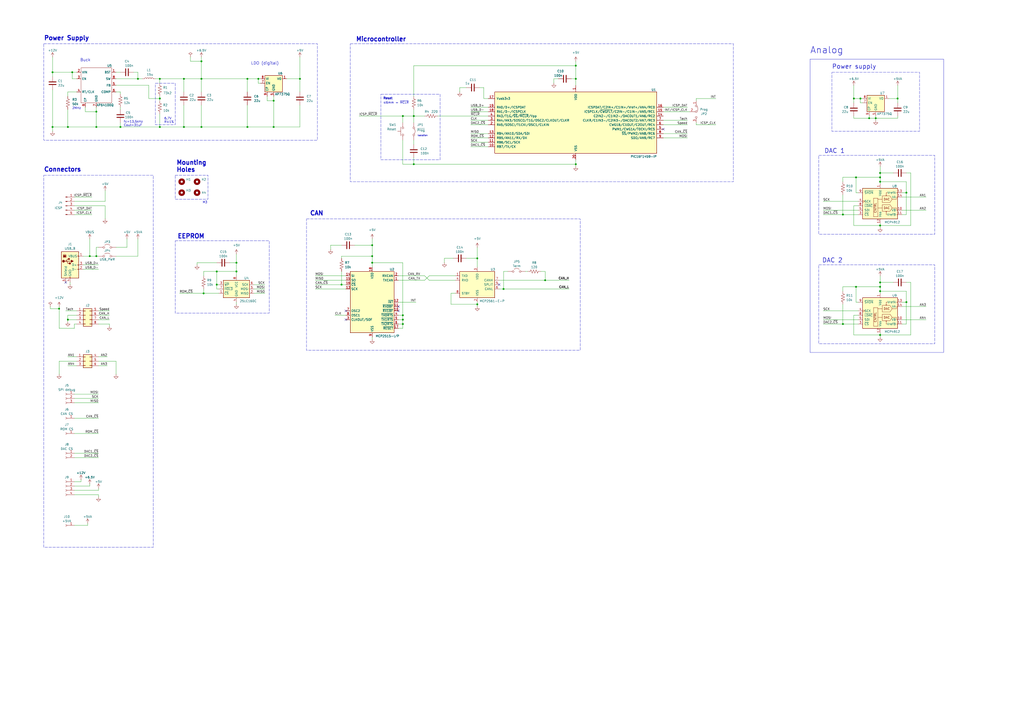
<source format=kicad_sch>
(kicad_sch (version 20250114) (generator "eeschema") (generator_version "9.0")
  (paper "A2")
  (title_block (title "CAN Gauge Interface") (date "2025-09-19") (rev "0.1") (company "Sam Anthony"))
  (rectangle (start 482.6 41.91) (end 533.4 76.2) (stroke (width 0) (type dash)))
  (rectangle (start 25.4 25.4) (end 184.15 81.28) (stroke (width 0) (type dash)))
  (rectangle (start 101.6 139.7) (end 156.21 181.61) (stroke (width 0) (type dash)))
  (rectangle (start 101.6 101.5999) (end 120.65 115.5699) (stroke (width 0) (type dash)))
  (rectangle (start 90.17 48.26) (end 101.6 72.39) (stroke (width 0) (type dash)))
  (rectangle (start 220.98 54.61) (end 255.27 92.71) (stroke (width 0) (type dash)))
  (rectangle (start 474.98 153.67) (end 542.29 199.39) (stroke (width 0) (type dash)))
  (rectangle (start 177.8 127) (end 336.55 203.2) (stroke (width 0) (type dash)))
  (rectangle (start 25.4 101.6) (end 88.9 317.5) (stroke (width 0) (type dash)))
  (rectangle (start 474.98 90.17) (end 542.29 135.89) (stroke (width 0) (type dash)))
  (rectangle (start 203.2 25.4) (end 425.45 105.41) (stroke (width 0) (type dash)))
  (rectangle (start 469.9 34.29) (end 547.37 204.47))
  (text "Connectors" (at 25.4 98.425 0) (effects (font (size 2.54 2.54) (thickness 0.508) (bold yes)) (justify left)))
  (text "Power Supply" (at 25.4 22.225 0) (effects (font (size 2.54 2.54) (thickness 0.508) (bold yes)) (justify left)))
  (text "LDO (digital)" (at 153.67 36.83 0) (effects (font (size 1.651 1.651))))
  (text "CAN" (at 179.705 123.825 0) (effects (font (size 2.54 2.54) (thickness 0.508) (bold yes)) (justify left)))
  (text "2MHz\n" (at 44.45 62.865 0) (effects (font (size 1.27 1.27))))
  (text "6.7V\nR±1%" (at 95.25 69.85 0) (effects (font (size 1.27 1.27)) (justify left)))
  (text "Reset" (at 222.25 57.15 0) (effects (font (size 1.27 1.27) (thickness 0.254) (bold yes)) (justify left)))
  (text "fc=13.5kHz\nCout=31uF" (at 71.755 71.755 0) (effects (font (size 1.27 1.27)) (justify left)))
  (text "Mounting\nHoles" (at 102.235 96.5199 0) (effects (font (size 2.54 2.54) (thickness 0.508) (bold yes)) (justify left)))
  (text "Power supply" (at 482.6 38.735 0) (effects (font (size 2.54 2.54) (thickness 0.254) (bold yes)) (justify left)))
  (text "M3\n" (at 117.475 117.4749 0) (effects (font (size 1.27 1.27)) (justify left)))
  (text "EEPROM" (at 102.87 137.16 0) (effects (font (size 2.54 2.54) (thickness 0.508) (bold yes)) (justify left)))
  (text "≤6mm ↔ ~{MCLR}" (at 222.25 59.69 0) (effects (font (size 1.27 1.27)) (justify left)))
  (text "DAC 1" (at 478.155 87.63 0) (effects (font (size 2.54 2.54) (thickness 0.254) (bold yes)) (justify left)))
  (text "Buck" (at 49.53 34.925 0) (effects (font (size 1.651 1.651))))
  (text "Microcontroller" (at 206.375 22.86 0) (effects (font (size 2.54 2.54) (thickness 0.508) (bold yes)) (justify left)))
  (text "Analog" (at 469.9 29.21 0) (effects (font (size 3.81 3.81) (thickness 0.254) (bold yes)) (justify left)))
  (text "Isolation" (at 245.11 78.74 0) (effects (font (size 0.889 0.889))))
  (text "DAC 2" (at 476.885 151.13 0) (effects (font (size 2.54 2.54) (thickness 0.254) (bold yes)) (justify left)))
  (junction (at 39.37 185.42))
  (junction (at 158.75 58.42))
  (junction (at 510.54 166.37))
  (junction (at 504.19 68.58))
  (junction (at 106.68 45.72))
  (junction (at 510.54 168.91))
  (junction (at 137.16 157.48))
  (junction (at 510.54 100.33))
  (junction (at 55.88 73.66))
  (junction (at 116.84 73.66))
  (junction (at 39.37 73.66))
  (junction (at 106.68 73.66))
  (junction (at 233.68 185.42))
  (junction (at 173.99 45.72))
  (junction (at 496.57 166.37))
  (junction (at 137.16 152.4))
  (junction (at 525.78 111.76))
  (junction (at 143.51 73.66))
  (junction (at 488.95 187.96))
  (junction (at 92.71 73.66))
  (junction (at 334.01 38.1))
  (junction (at 34.29 179.07))
  (junction (at 508 68.58))
  (junction (at 233.68 182.88))
  (junction (at 334.01 45.72))
  (junction (at 495.3 57.15))
  (junction (at 55.88 148.59))
  (junction (at 488.95 124.46))
  (junction (at 510.54 130.81))
  (junction (at 334.01 95.25))
  (junction (at 149.86 45.72))
  (junction (at 30.48 41.91))
  (junction (at 158.75 73.66))
  (junction (at 215.9 142.24))
  (junction (at 80.01 45.72))
  (junction (at 240.03 67.31))
  (junction (at 510.54 102.87))
  (junction (at 510.54 194.31))
  (junction (at 92.71 57.15))
  (junction (at 55.88 64.77))
  (junction (at 525.78 175.26))
  (junction (at 30.48 73.66))
  (junction (at 92.71 45.72))
  (junction (at 276.86 176.53))
  (junction (at 116.84 35.56))
  (junction (at 215.9 152.4))
  (junction (at 520.7 57.15))
  (junction (at 276.86 149.86))
  (junction (at 316.23 162.56))
  (junction (at 125.73 165.1))
  (junction (at 41.91 41.91))
  (junction (at 510.54 163.83))
  (junction (at 499.11 57.15))
  (junction (at 118.11 170.18))
  (junction (at 52.07 148.59))
  (junction (at 215.9 148.59))
  (junction (at 496.57 102.87))
  (junction (at 198.12 165.1))
  (junction (at 125.73 157.48))
  (junction (at 510.54 105.41))
  (junction (at 69.85 73.66))
  (junction (at 240.03 95.25))
  (junction (at 233.68 67.31))
  (junction (at 233.68 187.96))
  (junction (at 143.51 45.72))
  (junction (at 116.84 45.72))
  (junction (at 292.1 167.64))
  (no_connect (at 38.1 163.83))
  (no_connect (at 231.14 177.8))
  (no_connect (at 200.66 185.42))
  (no_connect (at 289.56 165.1))
  (no_connect (at 200.66 180.34))
  (no_connect (at 384.81 74.93))
  (no_connect (at 231.14 180.34))
  (wire (pts (xy 231.14 162.56) (xy 246.38 162.56)))
  (wire (pts (xy 240.03 95.25) (xy 240.03 91.44)))
  (wire (pts (xy 384.81 69.85) (xy 398.78 69.85)))
  (wire (pts (xy 499.11 57.15) (xy 495.3 57.15)))
  (wire (pts (xy 116.84 33.02) (xy 116.84 35.56)))
  (wire (pts (xy 215.9 142.24) (xy 215.9 148.59)))
  (wire (pts (xy 106.68 45.72) (xy 116.84 45.72)))
  (wire (pts (xy 158.75 58.42) (xy 158.75 73.66)))
  (wire (pts (xy 495.3 182.88) (xy 497.84 182.88)))
  (wire (pts (xy 292.1 157.48) (xy 294.64 157.48)))
  (wire (pts (xy 44.45 209.55) (xy 34.29 209.55)))
  (wire (pts (xy 233.68 187.96) (xy 233.68 185.42)))
  (wire (pts (xy 495.3 119.38) (xy 497.84 119.38)))
  (wire (pts (xy 240.03 38.1) (xy 334.01 38.1)))
  (wire (pts (xy 231.14 187.96) (xy 233.68 187.96)))
  (wire (pts (xy 44.45 41.91) (xy 41.91 41.91)))
  (wire (pts (xy 508 67.31) (xy 508 68.58)))
  (wire (pts (xy 289.56 167.64) (xy 292.1 167.64)))
  (wire (pts (xy 510.54 168.91) (xy 510.54 170.18)))
  (wire (pts (xy 215.9 195.58) (xy 215.9 196.85)))
  (wire (pts (xy 60.96 116.84) (xy 60.96 110.49)))
  (wire (pts (xy 67.31 53.34) (xy 69.85 53.34)))
  (wire (pts (xy 499.11 59.69) (xy 499.11 57.15)))
  (wire (pts (xy 80.01 45.72) (xy 82.55 45.72)))
  (wire (pts (xy 48.26 153.67) (xy 57.15 153.67)))
  (wire (pts (xy 127 165.1) (xy 125.73 165.1)))
  (wire (pts (xy 262.89 149.86) (xy 257.81 149.86)))
  (wire (pts (xy 496.57 175.26) (xy 496.57 166.37)))
  (wire (pts (xy 149.86 48.26) (xy 149.86 45.72)))
  (wire (pts (xy 488.95 187.96) (xy 497.84 187.96)))
  (wire (pts (xy 118.11 157.48) (xy 125.73 157.48)))
  (wire (pts (xy 92.71 73.66) (xy 106.68 73.66)))
  (wire (pts (xy 240.03 38.1) (xy 240.03 55.88)))
  (wire (pts (xy 523.24 124.46) (xy 525.78 124.46)))
  (wire (pts (xy 44.45 53.34) (xy 39.37 53.34)))
  (wire (pts (xy 477.52 180.34) (xy 497.84 180.34)))
  (wire (pts (xy 510.54 193.04) (xy 510.54 194.31)))
  (wire (pts (xy 233.68 185.42) (xy 233.68 182.88)))
  (wire (pts (xy 510.54 194.31) (xy 510.54 195.58)))
  (wire (pts (xy 525.78 168.91) (xy 510.54 168.91)))
  (wire (pts (xy 384.81 64.77) (xy 400.05 64.77)))
  (wire (pts (xy 69.85 53.34) (xy 69.85 54.61)))
  (wire (pts (xy 499.11 57.15) (xy 500.38 57.15)))
  (wire (pts (xy 34.29 190.5) (xy 34.29 179.07)))
  (wire (pts (xy 149.86 45.72) (xy 151.13 45.72)))
  (wire (pts (xy 198.12 165.1) (xy 198.12 157.48)))
  (wire (pts (xy 57.15 209.55) (xy 67.31 209.55)))
  (wire (pts (xy 52.07 281.94) (xy 52.07 280.67)))
  (wire (pts (xy 39.37 185.42) (xy 39.37 186.69)))
  (wire (pts (xy 116.84 45.72) (xy 143.51 45.72)))
  (wire (pts (xy 43.18 242.57) (xy 57.15 242.57)))
  (wire (pts (xy 57.15 182.88) (xy 63.5 182.88)))
  (wire (pts (xy 273.05 82.55) (xy 283.21 82.55)))
  (wire (pts (xy 495.3 130.81) (xy 510.54 130.81)))
  (wire (pts (xy 523.24 177.8) (xy 537.21 177.8)))
  (wire (pts (xy 151.13 48.26) (xy 149.86 48.26)))
  (wire (pts (xy 528.32 130.81) (xy 510.54 130.81)))
  (wire (pts (xy 182.88 165.1) (xy 198.12 165.1)))
  (wire (pts (xy 43.18 251.46) (xy 57.15 251.46)))
  (wire (pts (xy 403.86 71.12) (xy 403.86 72.39)))
  (wire (pts (xy 154.94 55.88) (xy 154.94 58.42)))
  (wire (pts (xy 497.84 111.76) (xy 496.57 111.76)))
  (wire (pts (xy 158.75 73.66) (xy 143.51 73.66)))
  (wire (pts (xy 523.24 114.3) (xy 537.21 114.3)))
  (wire (pts (xy 55.88 148.59) (xy 57.15 148.59)))
  (wire (pts (xy 30.48 41.91) (xy 30.48 44.45)))
  (wire (pts (xy 273.05 69.85) (xy 283.21 69.85)))
  (wire (pts (xy 182.88 160.02) (xy 200.66 160.02)))
  (wire (pts (xy 525.78 105.41) (xy 525.78 111.76)))
  (wire (pts (xy 384.81 62.23) (xy 398.78 62.23)))
  (wire (pts (xy 496.57 102.87) (xy 510.54 102.87)))
  (wire (pts (xy 496.57 111.76) (xy 496.57 102.87)))
  (wire (pts (xy 49.53 62.23) (xy 49.53 64.77)))
  (wire (pts (xy 525.78 168.91) (xy 525.78 175.26)))
  (wire (pts (xy 194.31 182.88) (xy 200.66 182.88)))
  (wire (pts (xy 46.99 279.4) (xy 46.99 278.13)))
  (wire (pts (xy 477.52 185.42) (xy 497.84 185.42)))
  (wire (pts (xy 39.37 53.34) (xy 39.37 55.88)))
  (wire (pts (xy 92.71 66.04) (xy 92.71 73.66)))
  (wire (pts (xy 118.11 160.02) (xy 118.11 157.48)))
  (wire (pts (xy 334.01 45.72) (xy 331.47 45.72)))
  (wire (pts (xy 57.15 185.42) (xy 63.5 185.42)))
  (wire (pts (xy 334.01 49.53) (xy 334.01 45.72)))
  (wire (pts (xy 215.9 148.59) (xy 215.9 152.4)))
  (wire (pts (xy 143.51 45.72) (xy 143.51 53.34)))
  (wire (pts (xy 208.28 67.31) (xy 233.68 67.31)))
  (wire (pts (xy 403.86 58.42) (xy 403.86 57.15)))
  (wire (pts (xy 510.54 163.83) (xy 510.54 166.37)))
  (wire (pts (xy 495.3 130.81) (xy 495.3 119.38)))
  (wire (pts (xy 523.24 185.42) (xy 537.21 185.42)))
  (wire (pts (xy 39.37 63.5) (xy 39.37 73.66)))
  (wire (pts (xy 50.8 304.8) (xy 50.8 303.53)))
  (wire (pts (xy 43.18 114.3) (xy 53.34 114.3)))
  (wire (pts (xy 191.77 142.24) (xy 191.77 144.78)))
  (wire (pts (xy 92.71 45.72) (xy 92.71 48.26)))
  (wire (pts (xy 57.15 187.96) (xy 63.5 187.96)))
  (wire (pts (xy 39.37 185.42) (xy 44.45 185.42)))
  (wire (pts (xy 510.54 160.02) (xy 510.54 163.83)))
  (wire (pts (xy 528.32 163.83) (xy 528.32 194.31)))
  (wire (pts (xy 60.96 119.38) (xy 60.96 127)))
  (wire (pts (xy 283.21 57.15) (xy 280.67 57.15)))
  (wire (pts (xy 528.32 100.33) (xy 528.32 130.81)))
  (wire (pts (xy 173.99 45.72) (xy 173.99 53.34)))
  (wire (pts (xy 125.73 167.64) (xy 125.73 165.1)))
  (wire (pts (xy 525.78 105.41) (xy 510.54 105.41)))
  (wire (pts (xy 44.45 182.88) (xy 39.37 182.88)))
  (wire (pts (xy 495.3 67.31) (xy 495.3 68.58)))
  (wire (pts (xy 57.15 287.02) (xy 57.15 288.29)))
  (wire (pts (xy 125.73 157.48) (xy 137.16 157.48)))
  (wire (pts (xy 55.88 143.51) (xy 57.15 143.51)))
  (wire (pts (xy 118.11 170.18) (xy 118.11 167.64)))
  (wire (pts (xy 67.31 209.55) (xy 67.31 217.17)))
  (wire (pts (xy 137.16 152.4) (xy 137.16 157.48)))
  (wire (pts (xy 147.32 170.18) (xy 153.67 170.18)))
  (wire (pts (xy 106.68 73.66) (xy 116.84 73.66)))
  (wire (pts (xy 280.67 50.8) (xy 278.13 50.8)))
  (wire (pts (xy 520.7 68.58) (xy 520.7 67.31)))
  (wire (pts (xy 116.84 60.96) (xy 116.84 73.66)))
  (wire (pts (xy 55.88 62.23) (xy 55.88 64.77)))
  (wire (pts (xy 270.51 149.86) (xy 276.86 149.86)))
  (wire (pts (xy 384.81 80.01) (xy 398.78 80.01)))
  (wire (pts (xy 41.91 45.72) (xy 41.91 41.91)))
  (wire (pts (xy 198.12 149.86) (xy 198.12 148.59)))
  (wire (pts (xy 280.67 57.15) (xy 280.67 50.8)))
  (wire (pts (xy 403.86 57.15) (xy 415.29 57.15)))
  (wire (pts (xy 266.7 50.8) (xy 266.7 53.34)))
  (wire (pts (xy 57.15 212.09) (xy 62.23 212.09)))
  (wire (pts (xy 30.48 73.66) (xy 30.48 76.2)))
  (wire (pts (xy 488.95 102.87) (xy 496.57 102.87)))
  (wire (pts (xy 520.7 57.15) (xy 515.62 57.15)))
  (wire (pts (xy 154.94 58.42) (xy 158.75 58.42)))
  (wire (pts (xy 44.45 187.96) (xy 43.18 187.96)))
  (wire (pts (xy 257.81 149.86) (xy 257.81 152.4)))
  (wire (pts (xy 316.23 157.48) (xy 316.23 162.56)))
  (wire (pts (xy 39.37 207.01) (xy 44.45 207.01)))
  (wire (pts (xy 43.18 284.48) (xy 57.15 284.48)))
  (wire (pts (xy 495.3 57.15) (xy 495.3 49.53)))
  (wire (pts (xy 384.81 72.39) (xy 398.78 72.39)))
  (wire (pts (xy 63.5 187.96) (xy 63.5 189.23)))
  (wire (pts (xy 233.68 67.31) (xy 233.68 71.12)))
  (wire (pts (xy 92.71 57.15) (xy 86.36 57.15)))
  (wire (pts (xy 233.68 152.4) (xy 233.68 182.88)))
  (wire (pts (xy 92.71 45.72) (xy 106.68 45.72)))
  (wire (pts (xy 43.18 265.43) (xy 57.15 265.43)))
  (wire (pts (xy 240.03 81.28) (xy 240.03 83.82)))
  (wire (pts (xy 504.19 68.58) (xy 508 68.58)))
  (wire (pts (xy 233.68 152.4) (xy 215.9 152.4)))
  (wire (pts (xy 86.36 49.53) (xy 67.31 49.53)))
  (wire (pts (xy 510.54 105.41) (xy 510.54 106.68)))
  (wire (pts (xy 273.05 77.47) (xy 283.21 77.47)))
  (wire (pts (xy 158.75 55.88) (xy 158.75 58.42)))
  (wire (pts (xy 200.66 165.1) (xy 198.12 165.1)))
  (wire (pts (xy 30.48 33.02) (xy 30.48 41.91)))
  (wire (pts (xy 273.05 85.09) (xy 283.21 85.09)))
  (wire (pts (xy 316.23 162.56) (xy 330.2 162.56)))
  (wire (pts (xy 233.68 67.31) (xy 240.03 67.31)))
  (wire (pts (xy 528.32 194.31) (xy 510.54 194.31)))
  (wire (pts (xy 198.12 148.59) (xy 215.9 148.59)))
  (wire (pts (xy 29.21 177.8) (xy 29.21 179.07)))
  (wire (pts (xy 92.71 57.15) (xy 92.71 58.42)))
  (wire (pts (xy 173.99 73.66) (xy 158.75 73.66)))
  (wire (pts (xy 525.78 175.26) (xy 525.78 187.96)))
  (wire (pts (xy 510.54 96.52) (xy 510.54 100.33)))
  (wire (pts (xy 231.14 190.5) (xy 233.68 190.5)))
  (wire (pts (xy 29.21 179.07) (xy 34.29 179.07)))
  (wire (pts (xy 304.8 157.48) (xy 306.07 157.48)))
  (wire (pts (xy 104.14 170.18) (xy 118.11 170.18)))
  (wire (pts (xy 495.3 194.31) (xy 510.54 194.31)))
  (wire (pts (xy 270.51 50.8) (xy 266.7 50.8)))
  (wire (pts (xy 334.01 95.25) (xy 334.01 96.52)))
  (wire (pts (xy 55.88 73.66) (xy 39.37 73.66)))
  (wire (pts (xy 510.54 100.33) (xy 518.16 100.33)))
  (wire (pts (xy 43.18 233.68) (xy 57.15 233.68)))
  (wire (pts (xy 43.18 231.14) (xy 57.15 231.14)))
  (wire (pts (xy 510.54 166.37) (xy 510.54 168.91)))
  (wire (pts (xy 488.95 168.91) (xy 488.95 166.37)))
  (wire (pts (xy 500.38 59.69) (xy 499.11 59.69)))
  (wire (pts (xy 43.18 187.96) (xy 43.18 190.5)))
  (wire (pts (xy 55.88 148.59) (xy 55.88 143.51)))
  (wire (pts (xy 116.84 35.56) (xy 116.84 45.72)))
  (wire (pts (xy 57.15 180.34) (xy 63.5 180.34)))
  (wire (pts (xy 67.31 148.59) (xy 80.01 148.59)))
  (wire (pts (xy 254 67.31) (xy 283.21 67.31)))
  (wire (pts (xy 43.18 190.5) (xy 34.29 190.5)))
  (wire (pts (xy 106.68 45.72) (xy 106.68 53.34)))
  (wire (pts (xy 523.24 175.26) (xy 525.78 175.26)))
  (wire (pts (xy 48.26 148.59) (xy 52.07 148.59)))
  (wire (pts (xy 233.68 81.28) (xy 233.68 95.25)))
  (wire (pts (xy 92.71 73.66) (xy 69.85 73.66)))
  (wire (pts (xy 52.07 148.59) (xy 55.88 148.59)))
  (wire (pts (xy 488.95 166.37) (xy 496.57 166.37)))
  (wire (pts (xy 273.05 64.77) (xy 283.21 64.77)))
  (wire (pts (xy 488.95 124.46) (xy 497.84 124.46)))
  (wire (pts (xy 520.7 49.53) (xy 520.7 57.15)))
  (wire (pts (xy 69.85 62.23) (xy 69.85 63.5)))
  (wire (pts (xy 147.32 167.64) (xy 153.67 167.64)))
  (wire (pts (xy 510.54 102.87) (xy 510.54 105.41)))
  (wire (pts (xy 57.15 207.01) (xy 62.23 207.01)))
  (wire (pts (xy 384.81 77.47) (xy 398.78 77.47)))
  (wire (pts (xy 173.99 33.02) (xy 173.99 45.72)))
  (wire (pts (xy 44.45 45.72) (xy 41.91 45.72)))
  (wire (pts (xy 496.57 166.37) (xy 510.54 166.37)))
  (wire (pts (xy 276.86 176.53) (xy 276.86 177.8)))
  (wire (pts (xy 77.47 41.91) (xy 80.01 41.91)))
  (wire (pts (xy 248.92 160.02) (xy 246.38 162.56)))
  (wire (pts (xy 43.18 281.94) (xy 52.07 281.94)))
  (wire (pts (xy 57.15 284.48) (xy 57.15 283.21)))
  (wire (pts (xy 90.17 45.72) (xy 92.71 45.72)))
  (wire (pts (xy 39.37 182.88) (xy 39.37 185.42)))
  (wire (pts (xy 495.3 68.58) (xy 504.19 68.58)))
  (wire (pts (xy 488.95 113.03) (xy 488.95 124.46)))
  (wire (pts (xy 321.31 45.72) (xy 323.85 45.72)))
  (wire (pts (xy 137.16 175.26) (xy 137.16 176.53)))
  (wire (pts (xy 34.29 209.55) (xy 34.29 217.17)))
  (wire (pts (xy 38.1 180.34) (xy 44.45 180.34)))
  (wire (pts (xy 231.14 182.88) (xy 233.68 182.88)))
  (wire (pts (xy 495.3 57.15) (xy 495.3 59.69)))
  (wire (pts (xy 137.16 157.48) (xy 137.16 160.02)))
  (wire (pts (xy 125.73 157.48) (xy 125.73 165.1)))
  (wire (pts (xy 510.54 130.81) (xy 510.54 132.08)))
  (wire (pts (xy 43.18 287.02) (xy 57.15 287.02)))
  (wire (pts (xy 313.69 157.48) (xy 316.23 157.48)))
  (wire (pts (xy 92.71 55.88) (xy 92.71 57.15)))
  (wire (pts (xy 334.01 92.71) (xy 334.01 95.25)))
  (wire (pts (xy 116.84 45.72) (xy 116.84 53.34)))
  (wire (pts (xy 477.52 187.96) (xy 488.95 187.96)))
  (wire (pts (xy 276.86 175.26) (xy 276.86 176.53)))
  (wire (pts (xy 67.31 45.72) (xy 80.01 45.72)))
  (wire (pts (xy 43.18 262.89) (xy 57.15 262.89)))
  (wire (pts (xy 173.99 60.96) (xy 173.99 73.66)))
  (wire (pts (xy 495.3 194.31) (xy 495.3 182.88)))
  (wire (pts (xy 403.86 72.39) (xy 415.29 72.39)))
  (wire (pts (xy 292.1 167.64) (xy 292.1 157.48)))
  (wire (pts (xy 80.01 41.91) (xy 80.01 45.72)))
  (wire (pts (xy 182.88 167.64) (xy 200.66 167.64)))
  (wire (pts (xy 43.18 304.8) (xy 50.8 304.8)))
  (wire (pts (xy 143.51 73.66) (xy 116.84 73.66)))
  (wire (pts (xy 69.85 73.66) (xy 55.88 73.66)))
  (wire (pts (xy 133.35 152.4) (xy 137.16 152.4)))
  (wire (pts (xy 67.31 41.91) (xy 69.85 41.91)))
  (wire (pts (xy 137.16 147.32) (xy 137.16 152.4)))
  (wire (pts (xy 240.03 95.25) (xy 334.01 95.25)))
  (wire (pts (xy 69.85 71.12) (xy 69.85 73.66)))
  (wire (pts (xy 525.78 100.33) (xy 528.32 100.33)))
  (wire (pts (xy 198.12 142.24) (xy 191.77 142.24)))
  (wire (pts (xy 261.62 170.18) (xy 264.16 170.18)))
  (wire (pts (xy 49.53 64.77) (xy 55.88 64.77)))
  (wire (pts (xy 215.9 138.43) (xy 215.9 142.24)))
  (wire (pts (xy 510.54 100.33) (xy 510.54 102.87)))
  (wire (pts (xy 110.49 35.56) (xy 110.49 33.02)))
  (wire (pts (xy 43.18 116.84) (xy 60.96 116.84)))
  (wire (pts (xy 240.03 67.31) (xy 246.38 67.31)))
  (wire (pts (xy 523.24 111.76) (xy 525.78 111.76)))
  (wire (pts (xy 289.56 162.56) (xy 316.23 162.56)))
  (wire (pts (xy 48.26 156.21) (xy 57.15 156.21)))
  (wire (pts (xy 30.48 52.07) (xy 30.48 73.66)))
  (wire (pts (xy 73.66 143.51) (xy 73.66 138.43)))
  (wire (pts (xy 43.18 119.38) (xy 60.96 119.38)))
  (wire (pts (xy 52.07 138.43) (xy 52.07 148.59)))
  (wire (pts (xy 520.7 59.69) (xy 520.7 57.15)))
  (wire (pts (xy 240.03 67.31) (xy 240.03 71.12)))
  (wire (pts (xy 215.9 152.4) (xy 215.9 154.94)))
  (wire (pts (xy 233.68 95.25) (xy 240.03 95.25)))
  (wire (pts (xy 147.32 165.1) (xy 153.67 165.1)))
  (wire (pts (xy 106.68 60.96) (xy 106.68 73.66)))
  (wire (pts (xy 261.62 176.53) (xy 261.62 170.18)))
  (wire (pts (xy 34.29 179.07) (xy 34.29 177.8)))
  (wire (pts (xy 41.91 41.91) (xy 30.48 41.91)))
  (wire (pts (xy 43.18 124.46) (xy 53.34 124.46)))
  (wire (pts (xy 40.64 163.83) (xy 40.64 165.1)))
  (wire (pts (xy 127 167.64) (xy 125.73 167.64)))
  (wire (pts (xy 523.24 121.92) (xy 537.21 121.92)))
  (wire (pts (xy 205.74 142.24) (xy 215.9 142.24)))
  (wire (pts (xy 508 68.58) (xy 520.7 68.58)))
  (wire (pts (xy 231.14 160.02) (xy 246.38 160.02)))
  (wire (pts (xy 488.95 105.41) (xy 488.95 102.87)))
  (wire (pts (xy 488.95 176.53) (xy 488.95 187.96)))
  (wire (pts (xy 143.51 60.96) (xy 143.51 73.66)))
  (wire (pts (xy 276.86 176.53) (xy 261.62 176.53)))
  (wire (pts (xy 321.31 48.26) (xy 321.31 45.72)))
  (wire (pts (xy 523.24 187.96) (xy 525.78 187.96)))
  (wire (pts (xy 67.31 143.51) (xy 73.66 143.51)))
  (wire (pts (xy 43.18 228.6) (xy 57.15 228.6)))
  (wire (pts (xy 477.52 124.46) (xy 488.95 124.46)))
  (wire (pts (xy 149.86 45.72) (xy 143.51 45.72)))
  (wire (pts (xy 114.3 152.4) (xy 114.3 153.67)))
  (wire (pts (xy 504.19 67.31) (xy 504.19 68.58)))
  (wire (pts (xy 86.36 57.15) (xy 86.36 49.53)))
  (wire (pts (xy 114.3 152.4) (xy 125.73 152.4)))
  (wire (pts (xy 497.84 175.26) (xy 496.57 175.26)))
  (wire (pts (xy 273.05 80.01) (xy 283.21 80.01)))
  (wire (pts (xy 508 68.58) (xy 508 69.85)))
  (wire (pts (xy 334.01 38.1) (xy 334.01 45.72)))
  (wire (pts (xy 116.84 35.56) (xy 110.49 35.56)))
  (wire (pts (xy 276.86 143.51) (xy 276.86 149.86)))
  (wire (pts (xy 127 170.18) (xy 118.11 170.18)))
  (wire (pts (xy 233.68 190.5) (xy 233.68 187.96)))
  (wire (pts (xy 39.37 73.66) (xy 30.48 73.66)))
  (wire (pts (xy 525.78 163.83) (xy 528.32 163.83)))
  (wire (pts (xy 510.54 163.83) (xy 518.16 163.83)))
  (wire (pts (xy 477.52 121.92) (xy 497.84 121.92)))
  (wire (pts (xy 334.01 35.56) (xy 334.01 38.1)))
  (wire (pts (xy 292.1 167.64) (xy 330.2 167.64)))
  (wire (pts (xy 231.14 175.26) (xy 241.3 175.26)))
  (wire (pts (xy 39.37 212.09) (xy 44.45 212.09)))
  (wire (pts (xy 166.37 45.72) (xy 173.99 45.72)))
  (wire (pts (xy 231.14 185.42) (xy 233.68 185.42)))
  (wire (pts (xy 510.54 129.54) (xy 510.54 130.81)))
  (wire (pts (xy 273.05 62.23) (xy 283.21 62.23)))
  (wire (pts (xy 248.92 162.56) (xy 264.16 162.56)))
  (wire (pts (xy 477.52 116.84) (xy 497.84 116.84)))
  (wire (pts (xy 55.88 64.77) (xy 55.88 73.66)))
  (wire (pts (xy 182.88 162.56) (xy 200.66 162.56)))
  (wire (pts (xy 248.92 160.02) (xy 264.16 160.02)))
  (wire (pts (xy 246.38 160.02) (xy 248.92 162.56)))
  (wire (pts (xy 43.18 279.4) (xy 46.99 279.4)))
  (wire (pts (xy 525.78 111.76) (xy 525.78 124.46)))
  (wire (pts (xy 240.03 63.5) (xy 240.03 67.31)))
  (wire (pts (xy 43.18 121.92) (xy 53.34 121.92)))
  (wire (pts (xy 80.01 148.59) (xy 80.01 138.43)))
  (wire (pts (xy 276.86 149.86) (xy 276.86 154.94)))
  (wire (pts (xy 273.05 72.39) (xy 283.21 72.39)))
  (label "DAC1_~{CS}" (at 477.52 124.46 0))
  (label "MISO" (at 57.15 233.68 180))
  (label "CAN_H" (at 330.2 162.56 180) (effects (font (thickness 0.254) (bold yes))))
  (label "SCK" (at 153.67 165.1 180) (effects (font (thickness 0.1588))))
  (label "Speed" (at 63.5 180.34 180) (effects (font (thickness 0.1588))))
  (label "CLK" (at 273.05 69.85 0))
  (label "MOSI" (at 398.78 80.01 180) (effects (font (thickness 0.1588))))
  (label "ICSP_DAT" (at 398.78 62.23 180))
  (label "CAN_L" (at 63.5 185.42 180))
  (label "ROM_~{CS}" (at 104.14 170.18 0) (effects (font (thickness 0.1588))))
  (label "MOSI" (at 182.88 160.02 0) (effects (font (thickness 0.1588))))
  (label "DAC1_~{CS}" (at 273.05 85.09 0))
  (label "AN3" (at 62.23 212.09 180) (effects (font (thickness 0.1588))))
  (label "Speed" (at 398.78 72.39 180))
  (label "AN1" (at 537.21 114.3 180))
  (label "CAN_~{CS}" (at 398.78 77.47 180))
  (label "CAN_~{CS}" (at 57.15 242.57 180))
  (label "INT" (at 415.29 57.15 180))
  (label "CLK" (at 194.31 182.88 0))
  (label "MISO" (at 153.67 170.18 180) (effects (font (thickness 0.1588))))
  (label "INT" (at 241.3 175.26 180) (effects (font (thickness 0.1588))))
  (label "MOSI" (at 153.67 167.64 180) (effects (font (thickness 0.1588))))
  (label "ICSP_CLK" (at 53.34 124.46 180))
  (label "AN2" (at 62.23 207.01 180) (effects (font (thickness 0.1588))))
  (label "SCK" (at 273.05 82.55 0) (effects (font (thickness 0.1588))))
  (label "Tach" (at 38.1 180.34 0) (effects (font (thickness 0.1588))))
  (label "CAN_~{CS}" (at 182.88 165.1 0) (effects (font (thickness 0.1588))))
  (label "ICSP_CLK" (at 415.29 72.39 180))
  (label "USB_D+" (at 273.05 62.23 0))
  (label "SCK" (at 477.52 180.34 0) (effects (font (thickness 0.1588))))
  (label "ROM_~{CS}" (at 57.15 251.46 180))
  (label "AN1" (at 39.37 207.01 0) (effects (font (thickness 0.1588))))
  (label "DAC2_~{CS}" (at 273.05 72.39 0))
  (label "USB_D-" (at 273.05 64.77 0))
  (label "INT{slash}ICSP_CLK" (at 398.78 64.77 180))
  (label "SCK" (at 57.15 231.14 180))
  (label "AN4" (at 39.37 212.09 0) (effects (font (thickness 0.1588))))
  (label "MOSI" (at 477.52 121.92 0))
  (label "AN4" (at 537.21 185.42 180))
  (label "MISO" (at 182.88 162.56 0) (effects (font (thickness 0.1588))))
  (label "DAC1_~{CS}" (at 57.15 262.89 180))
  (label "MOSI" (at 57.15 228.6 180))
  (label "~{MCLR}" (at 273.05 67.31 0))
  (label "AN3" (at 537.21 177.8 180))
  (label "DAC2_~{CS}" (at 57.15 265.43 180))
  (label "USB_D-" (at 57.15 156.21 180))
  (label "AN2" (at 537.21 121.92 180))
  (label "USB_D+" (at 57.15 153.67 180))
  (label "SCK" (at 182.88 167.64 0) (effects (font (thickness 0.1588))))
  (label "Tach" (at 398.78 69.85 180))
  (label "ROM_~{CS}" (at 273.05 80.01 0))
  (label "ICSP_DAT" (at 53.34 121.92 180))
  (label "CAN_RX" (at 243.84 160.02 180))
  (label "ICSP_~{MCLR}" (at 53.34 114.3 180))
  (label "MISO" (at 273.05 77.47 0) (effects (font (thickness 0.1588))))
  (label "ICSP_~{MCLR}" (at 208.28 67.31 0))
  (label "MOSI" (at 477.52 185.42 0))
  (label "CAN_L" (at 330.2 167.64 180) (effects (font (thickness 0.254) (bold yes))))
  (label "SCK" (at 477.52 116.84 0) (effects (font (thickness 0.1588))))
  (label "DAC2_~{CS}" (at 477.52 187.96 0))
  (label "CAN_TX" (at 243.84 162.56 180))
  (label "CAN_H" (at 63.5 182.88 180) (effects (font (thickness 0.1588))))
  (symbol (lib_id "power:GND") (at 215.9 196.85 0) (unit 1)
    (property "Reference" "#PWR028" (effects (hide yes)))
    (property "Value" "GND" (effects (hide yes)))
    (property "Description" "Power symbol creates a global label with name \"GND\" , ground" (effects (hide yes)))
  )
  (symbol (lib_id "Connector:USB_B") (at 40.64 153.67 0) (unit 1)
    (property "Reference" "J1" (at 40.64 141.605 0))
    (property "Value" "USB_B" (at 40.64 144.145 0))
    (property "Footprint" "Connector_USB:USB_B_OST_USB-B1HSxx_Horizontal" (effects (hide yes)))
    (property "Description" "USB Type B connector" (effects (hide yes)))
  )
  (symbol (lib_id "power:GND") (at 57.15 288.29 0) (unit 1)
    (property "Reference" "#PWR039" (effects (hide yes)))
    (property "Value" "GND" (effects (hide yes)))
    (property "Description" "Power symbol creates a global label with name \"GND\" , ground" (effects (hide yes)))
  )
  (symbol (lib_id "Device:C") (at 173.99 57.15 0) (unit 1)
    (property "Reference" "C7" (at 177.8 55.8799 0) (effects (justify left)))
    (property "Value" "22u" (at 177.8 58.4199 0) (effects (justify left)))
    (property "Footprint" "Capacitor_SMD:C_1206_3216Metric_Pad1.33x1.80mm_HandSolder" (effects (hide yes)))
    (property "Description" "Unpolarized capacitor" (effects (hide yes)))
  )
  (symbol (lib_id "power:+12V") (at 34.29 177.8 0) (unit 1)
    (property "Reference" "#PWR029" (effects (hide yes)))
    (property "Value" "+12V" (at 34.29 172.72 0))
    (property "Description" "Power symbol creates a global label with name \"+12V\"" (effects (hide yes)))
  )
  (symbol (lib_id "power:GND") (at 63.5 189.23 0) (unit 1)
    (property "Reference" "#PWR033" (effects (hide yes)))
    (property "Value" "GND" (effects (hide yes)))
    (property "Description" "Power symbol creates a global label with name \"GND\" , ground" (effects (hide yes)))
  )
  (symbol (lib_id "Device:C") (at 129.54 152.4 90) (unit 1)
    (property "Reference" "C15" (at 129.54 146.05 90))
    (property "Value" "100n" (at 129.54 148.59 90))
    (property "Footprint" "Capacitor_THT:C_Disc_D5.0mm_W2.5mm_P2.50mm" (effects (hide yes)))
    (property "Description" "Unpolarized capacitor" (effects (hide yes)))
  )
  (symbol (lib_id "Jumper:Jumper_2_Bridged") (at 240.03 76.2 270) (mirror x) (unit 1)
    (property "Reference" "JP1" (at 241.935 72.39 90) (effects (justify left)))
    (property "Value" "~{Prog}" (at 241.935 75.565 90) (effects (justify left)))
    (property "Footprint" "Connector_PinSocket_2.54mm:PinSocket_1x02_P2.54mm_Vertical" (effects (hide yes)))
    (property "Description" "Jumper, 2-pole, closed/bridged" (effects (hide yes)))
  )
  (symbol (lib_id "Device:C") (at 266.7 149.86 90) (unit 1)
    (property "Reference" "C14" (at 266.7 143.51 90))
    (property "Value" "100n" (at 266.7 146.05 90))
    (property "Footprint" "Capacitor_THT:C_Disc_D5.0mm_W2.5mm_P2.50mm" (effects (hide yes)))
    (property "Description" "Unpolarized capacitor" (effects (hide yes)))
  )
  (symbol (lib_id "power:+5V") (at 173.99 33.02 0) (unit 1)
    (property "Reference" "#PWR06" (effects (hide yes)))
    (property "Value" "+5V" (at 173.99 29.21 0))
    (property "Description" "Power symbol creates a global label with name \"+5V\"" (effects (hide yes)))
  )
  (symbol (lib_id "Device:C") (at 106.68 57.15 180) (unit 1)
    (property "Reference" "C2" (at 111.125 55.245 0))
    (property "Value" "22u" (at 111.76 57.785 0))
    (property "Footprint" "Capacitor_SMD:C_1206_3216Metric_Pad1.33x1.80mm_HandSolder" (effects (hide yes)))
    (property "Description" "Unpolarized capacitor" (effects (hide yes)))
  )
  (symbol (lib_id "Device:C") (at 30.48 48.26 0) (unit 1)
    (property "Reference" "C1" (at 34.925 46.99 0))
    (property "Value" "22u" (at 35.56 49.53 0))
    (property "Footprint" "Capacitor_SMD:C_1206_3216Metric_Pad1.33x1.80mm_HandSolder" (effects (hide yes)))
    (property "Description" "Unpolarized capacitor" (effects (hide yes)))
  )
  (symbol (lib_id "Device:C") (at 495.3 63.5 0) (unit 1)
    (property "Reference" "C8" (at 492.125 62.23 0) (effects (justify right)))
    (property "Value" "22u" (at 492.125 64.77 0) (effects (justify right)))
    (property "Footprint" "Capacitor_SMD:C_1206_3216Metric_Pad1.33x1.80mm_HandSolder" (effects (hide yes)))
    (property "Description" "Unpolarized capacitor" (effects (hide yes)))
  )
  (symbol (lib_id "Memory_EEPROM:25LCxxx") (at 137.16 167.64 0) (unit 1)
    (property "Reference" "U4" (at 141.605 161.29 0) (effects (justify left)))
    (property "Value" "25LC160C" (at 139.065 174.625 0) (effects (justify left)))
    (property "Footprint" "Package_DIP:DIP-8_W7.62mm" (effects (hide yes)))
    (property "Datasheet" "http://ww1.microchip.com/downloads/en/DeviceDoc/21832H.pdf" (effects (hide yes)))
    (property "Description" "SPI Serial EEPROM, DIP-8/SOIC-8/TSSOP-8" (effects (hide yes)))
  )
  (symbol (lib_id "Jumper:Jumper_3_Bridged12") (at 403.86 64.77 270) (unit 1) (in_bom no)
    (property "Reference" "JP2" (at 408.305 66.04 90))
    (property "Value" "Prog" (at 408.305 63.5 90))
    (property "Footprint" "Connector_PinSocket_2.54mm:PinSocket_1x03_P2.54mm_Vertical" (effects (hide yes)))
    (property "Description" "Jumper, 3-pole, pins 1+2 closed/bridged" (effects (hide yes)))
  )
  (symbol (lib_id "power:GND") (at 510.54 132.08 0) (unit 1)
    (property "Reference" "#PWR017" (effects (hide yes)))
    (property "Value" "GND" (effects (hide yes)))
    (property "Description" "Power symbol creates a global label with name \"GND\" , ground" (effects (hide yes)))
  )
  (symbol (lib_id "power:PWR_FLAG") (at 110.49 33.02 0) (unit 1)
    (property "Reference" "#FLG02" (effects (hide yes)))
    (property "Value" "+6.5V" (effects (hide yes)))
    (property "Description" "Special symbol for telling ERC where power comes from" (effects (hide yes)))
  )
  (symbol (lib_id "power:GND") (at 510.54 195.58 0) (unit 1)
    (property "Reference" "#PWR019" (effects (hide yes)))
    (property "Value" "GND" (effects (hide yes)))
    (property "Description" "Power symbol creates a global label with name \"GND\" , ground" (effects (hide yes)))
  )
  (symbol (lib_id "power:GND") (at 334.01 96.52 0) (unit 1)
    (property "Reference" "#PWR01" (effects (hide yes)))
    (property "Value" "GND" (effects (hide yes)))
    (property "Description" "Power symbol creates a global label with name \"GND\" , ground" (effects (hide yes)))
  )
  (symbol (lib_id "Device:R_US") (at 198.12 153.67 0) (unit 1)
    (property "Reference" "R7" (at 200.025 152.4 0) (effects (justify left)))
    (property "Value" "10k" (at 200.025 154.94 0) (effects (justify left)))
    (property "Footprint" "Resistor_THT:R_Axial_DIN0411_L9.9mm_D3.6mm_P12.70mm_Horizontal" (effects (hide yes)))
    (property "Description" "Resistor, US symbol" (effects (hide yes)))
  )
  (symbol (lib_id "Device:R_US") (at 118.11 163.83 0) (unit 1)
    (property "Reference" "R9" (at 120.015 162.56 0) (effects (justify left)))
    (property "Value" "10k" (at 120.015 165.1 0) (effects (justify left)))
    (property "Footprint" "Resistor_THT:R_Axial_DIN0411_L9.9mm_D3.6mm_P12.70mm_Horizontal" (effects (hide yes)))
    (property "Description" "Resistor, US symbol" (effects (hide yes)))
  )
  (symbol (lib_id "Mechanical:MountingHole") (at 105.41 105.4099 0) (unit 1) (exclude_from_sim yes) (in_bom no)
    (property "Reference" "H1" (at 107.95 104.1398 0) (effects (justify left)))
    (property "Value" "MountingHole" (effects (hide yes)))
    (property "Footprint" "MountingHole:MountingHole_3.2mm_M3_DIN965" (effects (hide yes)))
    (property "Description" "Mounting Hole without connection" (effects (hide yes)))
  )
  (symbol (lib_id "power:GND") (at 67.31 217.17 0) (unit 1)
    (property "Reference" "#PWR035" (effects (hide yes)))
    (property "Value" "GND" (effects (hide yes)))
    (property "Description" "Power symbol creates a global label with name \"GND\" , ground" (effects (hide yes)))
  )
  (symbol (lib_id "Jumper:Jumper_2_Open") (at 62.23 143.51 0) (unit 1)
    (property "Reference" "JP3" (at 62.23 140.335 0))
    (property "Value" "USB_PWR" (effects (hide yes)))
    (property "Footprint" "Connector_PinSocket_2.54mm:PinSocket_1x02_P2.54mm_Vertical" (effects (hide yes)))
    (property "Description" "Jumper, 2-pole, open" (effects (hide yes)))
  )
  (symbol (lib_id "symbols:AP64100") (at 55.88 49.53 0) (unit 1)
    (property "Reference" "U5" (at 63.5 38.1 0))
    (property "Value" "AP64100Q" (at 60.96 60.96 0))
    (property "Footprint" "Package_SO:Diodes_SO-8EP" (effects (hide yes)))
    (property "Datasheet" "https://www.diodes.com/assets/Datasheets/AP64100.pdf" (effects (hide yes)))
    (property "Description" "3.8V to40V input, 1A low IQ synchronous buck with adjustable frequency" (effects (hide yes)))
  )
  (symbol (lib_id "Device:C") (at 143.51 57.15 0) (unit 1)
    (property "Reference" "C6" (at 147.32 55.8799 0) (effects (justify left)))
    (property "Value" "22u" (at 147.32 58.4199 0) (effects (justify left)))
    (property "Footprint" "Capacitor_SMD:C_1206_3216Metric_Pad1.33x1.80mm_HandSolder" (effects (hide yes)))
    (property "Description" "Unpolarized capacitor" (effects (hide yes)))
  )
  (symbol (lib_id "Jumper:Jumper_2_Open") (at 62.23 148.59 0) (unit 1)
    (property "Reference" "JP4" (at 62.23 145.415 0))
    (property "Value" "USB_PWR" (at 62.23 150.495 0))
    (property "Footprint" "Connector_PinSocket_2.54mm:PinSocket_1x02_P2.54mm_Vertical" (effects (hide yes)))
    (property "Description" "Jumper, 2-pole, open" (effects (hide yes)))
  )
  (symbol (lib_id "Device:C") (at 201.93 142.24 90) (unit 1)
    (property "Reference" "C13" (at 201.93 135.89 90))
    (property "Value" "100n" (at 201.93 138.43 90))
    (property "Footprint" "Capacitor_THT:C_Disc_D5.0mm_W2.5mm_P2.50mm" (effects (hide yes)))
    (property "Description" "Unpolarized capacitor" (effects (hide yes)))
  )
  (symbol (lib_id "Connector:Conn_01x04_Socket") (at 38.1 281.94 0) (mirror y) (unit 1)
    (property "Reference" "J9" (at 38.735 276.86 0))
    (property "Value" "Conn_01x04_Socket" (effects (hide yes)))
    (property "Footprint" "Connector_PinSocket_2.54mm:PinSocket_1x04_P2.54mm_Vertical" (effects (hide yes)))
    (property "Description" "Generic connector, single row, 01x04, script generated" (effects (hide yes)))
  )
  (symbol (lib_id "Connector_Generic:Conn_02x04_Top_Bottom") (at 49.53 182.88 0) (unit 1)
    (property "Reference" "J2" (at 50.8 177.165 0))
    (property "Value" "Conn_02x04_Top_Bottom" (effects (hide yes)))
    (property "Footprint" "Connector_Molex:Molex_Mini-Fit_Jr_5569-08A2_2x04_P4.20mm_Horizontal" (effects (hide yes)))
    (property "Datasheet" "https://www.molex.com/en-us/products/part-detail/39300080?display=pdf" (effects (hide yes)))
    (property "Description" "Generic connector, double row, 02x04, top/bottom pin numbering scheme (row 1: 1...pins_per_row, row2: pins_per_row+1 ... num_pins), script generated (kicad-library-utils/schlib/autogen/connector/)" (effects (hide yes)))
  )
  (symbol (lib_id "Device:R_US") (at 69.85 58.42 180) (unit 1)
    (property "Reference" "R5" (at 73.025 57.15 0))
    (property "Value" "12k" (at 73.66 59.69 0))
    (property "Footprint" "Resistor_SMD:R_0805_2012Metric_Pad1.20x1.40mm_HandSolder" (effects (hide yes)))
    (property "Description" "Resistor, US symbol" (effects (hide yes)))
  )
  (symbol (lib_id "Device:C") (at 520.7 63.5 0) (unit 1)
    (property "Reference" "C9" (at 523.875 62.23 0) (effects (justify left)))
    (property "Value" "22u" (at 523.875 64.77 0) (effects (justify left)))
    (property "Footprint" "Capacitor_SMD:C_1206_3216Metric_Pad1.33x1.80mm_HandSolder" (effects (hide yes)))
    (property "Description" "Unpolarized capacitor" (effects (hide yes)))
  )
  (symbol (lib_id "Device:R_US") (at 39.37 59.69 0) (unit 1)
    (property "Reference" "R3" (at 41.91 57.7849 0) (effects (justify left)))
    (property "Value" "50k" (at 41.91 60.3249 0) (effects (justify left)))
    (property "Footprint" "Resistor_SMD:R_0805_2012Metric_Pad1.20x1.40mm_HandSolder" (effects (hide yes)))
    (property "Description" "Resistor, US symbol" (effects (hide yes)))
  )
  (symbol (lib_id "Device:C") (at 240.03 87.63 0) (unit 1)
    (property "Reference" "C12" (at 243.84 86.3599 0) (effects (justify left)))
    (property "Value" "100n" (at 243.84 88.8999 0) (effects (justify left)))
    (property "Footprint" "Capacitor_THT:C_Disc_D5.0mm_W2.5mm_P2.50mm" (effects (hide yes)))
    (property "Description" "Unpolarized capacitor" (effects (hide yes)))
  )
  (symbol (lib_id "Device:R_US") (at 92.71 62.23 180) (unit 1)
    (property "Reference" "R2" (at 95.885 60.96 0))
    (property "Value" "10k" (at 96.52 64.135 0))
    (property "Footprint" "Resistor_SMD:R_0805_2012Metric_Pad1.20x1.40mm_HandSolder" (effects (hide yes)))
    (property "Description" "Resistor, US symbol" (effects (hide yes)))
  )
  (symbol (lib_id "power:GND") (at 508 69.85 0) (unit 1)
    (property "Reference" "#PWR022" (effects (hide yes)))
    (property "Value" "GND" (effects (hide yes)))
    (property "Description" "Power symbol creates a global label with name \"GND\" , ground" (effects (hide yes)))
  )
  (symbol (lib_id "power:+5V") (at 73.66 138.43 0) (unit 1)
    (property "Reference" "#PWR032" (effects (hide yes)))
    (property "Value" "+5V" (at 73.66 134.62 0))
    (property "Description" "Power symbol creates a global label with name \"+5V\"" (effects (hide yes)))
  )
  (symbol (lib_id "Device:C") (at 521.97 163.83 90) (unit 1)
    (property "Reference" "C17" (at 521.97 157.48 90))
    (property "Value" "100n" (at 521.97 160.02 90))
    (property "Footprint" "Capacitor_THT:C_Disc_D5.0mm_W2.5mm_P2.50mm" (effects (hide yes)))
    (property "Description" "Unpolarized capacitor" (effects (hide yes)))
  )
  (symbol (lib_id "Analog_DAC:MCP4912") (at 510.54 116.84 0) (unit 1)
    (property "Reference" "U8" (at 517.525 107.95 0) (effects (justify left)))
    (property "Value" "MCP4912" (at 513.08 128.905 0) (effects (justify left)))
    (property "Footprint" "Package_DIP:DIP-14_W7.62mm" (effects (hide yes)))
    (property "Datasheet" "http://ww1.microchip.com/downloads/en/DeviceDoc/22250A.pdf" (effects (hide yes)))
    (property "Description" "2-Channel 10-Bit D/A Converters with SPI Interface" (effects (hide yes)))
  )
  (symbol (lib_id "Device:R_US") (at 250.19 67.31 90) (unit 1)
    (property "Reference" "R4" (at 247.65 64.77 90))
    (property "Value" "220" (at 252.095 64.77 90))
    (property "Footprint" "Resistor_THT:R_Axial_DIN0411_L9.9mm_D3.6mm_P12.70mm_Horizontal" (effects (hide yes)))
    (property "Description" "Resistor, US symbol" (effects (hide yes)))
  )
  (symbol (lib_id "Connector:Conn_01x01_Socket") (at 38.1 242.57 0) (mirror y) (unit 1)
    (property "Reference" "J6" (at 38.735 237.49 0))
    (property "Value" "CAN CS" (at 38.735 240.03 0))
    (property "Footprint" "Connector_PinSocket_2.54mm:PinSocket_1x01_P2.54mm_Vertical" (effects (hide yes)))
    (property "Description" "Generic connector, single row, 01x01, script generated" (effects (hide yes)))
  )
  (symbol (lib_id "power:GND") (at 39.37 186.69 0) (unit 1)
    (property "Reference" "#PWR030" (effects (hide yes)))
    (property "Value" "GND" (effects (hide yes)))
    (property "Description" "Power symbol creates a global label with name \"GND\" , ground" (effects (hide yes)))
  )
  (symbol (lib_id "Connector:Conn_01x01_Socket") (at 38.1 304.8 0) (mirror y) (unit 1)
    (property "Reference" "J10" (at 38.735 299.72 0))
    (property "Value" "+5VA" (at 38.735 302.26 0))
    (property "Footprint" "Connector_PinSocket_2.54mm:PinSocket_1x01_P2.54mm_Vertical" (effects (hide yes)))
    (property "Description" "Generic connector, single row, 01x01, script generated" (effects (hide yes)))
  )
  (symbol (lib_id "power:GND") (at 40.64 165.1 0) (unit 1)
    (property "Reference" "#PWR08" (effects (hide yes)))
    (property "Value" "GND" (effects (hide yes)))
    (property "Description" "Power symbol creates a global label with name \"GND\" , ground" (effects (hide yes)))
  )
  (symbol (lib_id "Device:C") (at 73.66 41.91 270) (unit 1)
    (property "Reference" "C4" (at 73.66 35.56 90))
    (property "Value" "100n" (at 74.93 38.1 90))
    (property "Footprint" "Capacitor_THT:C_Disc_D5.0mm_W2.5mm_P2.50mm" (effects (hide yes)))
    (property "Description" "Unpolarized capacitor" (effects (hide yes)))
  )
  (symbol (lib_id "power:+6V") (at 52.07 280.67 0) (unit 1)
    (property "Reference" "#PWR014" (effects (hide yes)))
    (property "Value" "+6.5V" (at 52.07 276.86 0))
    (property "Description" "Power symbol creates a global label with name \"+6V\"" (effects (hide yes)))
  )
  (symbol (lib_id "power:+12V") (at 30.48 33.02 0) (unit 1)
    (property "Reference" "#PWR04" (effects (hide yes)))
    (property "Value" "+12V" (at 30.48 29.21 0))
    (property "Description" "Power symbol creates a global label with name \"+12V\"" (effects (hide yes)))
  )
  (symbol (lib_id "Connector_Generic:Conn_02x03_Top_Bottom") (at 49.53 209.55 0) (unit 1)
    (property "Reference" "J3" (at 50.8 203.835 0))
    (property "Value" "Analog" (effects (hide yes)))
    (property "Footprint" "Connector_Molex:Molex_Mini-Fit_Jr_5569-06A2_2x03_P4.20mm_Horizontal" (effects (hide yes)))
    (property "Description" "Generic connector, double row, 02x03, top/bottom pin numbering scheme (row 1: 1...pins_per_row, row2: pins_per_row+1 ... num_pins), script generated (kicad-library-utils/schlib/autogen/connector/)" (effects (hide yes)))
  )
  (symbol (lib_id "Interface_CAN_LIN:MCP2561-E-P") (at 276.86 165.1 0) (unit 1)
    (property "Reference" "U3" (at 284.48 156.21 0) (effects (justify left)))
    (property "Value" "MCP2561-E-P" (at 278.13 174.625 0) (effects (justify left)))
    (property "Footprint" "Package_DIP:DIP-8_W7.62mm" (effects (hide yes)))
    (property "Datasheet" "http://ww1.microchip.com/downloads/en/DeviceDoc/25167A.pdf" (effects (hide yes)))
    (property "Description" "High-Speed CAN Transceiver, 1Mbps, 5V supply, SPLIT pin, -40C to +125C, DIP-8" (effects (hide yes)))
  )
  (symbol (lib_id "symbols:AP7375Q") (at 508 57.15 0) (unit 1)
    (property "Reference" "U7" (at 511.81 53.975 0))
    (property "Value" "AP7375Q" (at 513.08 66.04 0))
    (property "Footprint" "Package_SO:Diodes_SO-8EP" (effects (hide yes)))
    (property "Datasheet" "https://www.diodes.com/assets/Datasheets/AP7375Q.pdf" (effects (hide yes)))
    (property "Description" "300mA LDO, automotive compliant, SO-8EP" (effects (hide yes)))
  )
  (symbol (lib_id "Connector:Conn_01x03_Socket") (at 38.1 231.14 0) (mirror y) (unit 1)
    (property "Reference" "J5" (at 38.735 223.52 0))
    (property "Value" "SPI debug" (at 38.735 226.06 0))
    (property "Footprint" "Connector_PinSocket_2.54mm:PinSocket_1x03_P2.54mm_Vertical" (effects (hide yes)))
    (property "Description" "Generic connector, single row, 01x03, script generated" (effects (hide yes)))
  )
  (symbol (lib_id "Mechanical:MountingHole") (at 114.3 111.7599 0) (unit 1) (exclude_from_sim yes) (in_bom no)
    (property "Reference" "H4" (at 116.84 111.7598 0) (effects (justify left)))
    (property "Value" "MountingHole" (effects (hide yes)))
    (property "Footprint" "MountingHole:MountingHole_3.2mm_M3_DIN965" (effects (hide yes)))
    (property "Description" "Mounting Hole without connection" (effects (hide yes)))
  )
  (symbol (lib_id "Device:R_US") (at 240.03 59.69 0) (unit 1)
    (property "Reference" "R6" (at 241.935 58.42 0) (effects (justify left)))
    (property "Value" "10k" (at 241.935 60.96 0) (effects (justify left)))
    (property "Footprint" "Resistor_THT:R_Axial_DIN0411_L9.9mm_D3.6mm_P12.70mm_Horizontal" (effects (hide yes)))
    (property "Description" "Resistor, US symbol" (effects (hide yes)))
  )
  (symbol (lib_id "power:+5VA") (at 510.54 160.02 0) (mirror y) (unit 1)
    (property "Reference" "#PWR018" (effects (hide yes)))
    (property "Value" "+5VA" (at 510.54 156.21 0))
    (property "Description" "Power symbol creates a global label with name \"+5VA\"" (effects (hide yes)))
  )
  (symbol (lib_id "power:GND") (at 137.16 176.53 0) (unit 1)
    (property "Reference" "#PWR011" (effects (hide yes)))
    (property "Value" "GND" (effects (hide yes)))
    (property "Description" "Power symbol creates a global label with name \"GND\" , ground" (effects (hide yes)))
  )
  (symbol (lib_id "power:GND") (at 321.31 48.26 0) (unit 1)
    (property "Reference" "#PWR03" (effects (hide yes)))
    (property "Value" "GND" (effects (hide yes)))
    (property "Description" "Power symbol creates a global label with name \"GND\" , ground" (effects (hide yes)))
  )
  (symbol (lib_id "power:GND") (at 257.81 152.4 0) (unit 1)
    (property "Reference" "#PWR024" (effects (hide yes)))
    (property "Value" "GND" (effects (hide yes)))
    (property "Description" "Power symbol creates a global label with name \"GND\" , ground" (effects (hide yes)))
  )
  (symbol (lib_id "Device:C") (at 327.66 45.72 270) (unit 1)
    (property "Reference" "C10" (at 325.12 41.275 90))
    (property "Value" "100n" (at 323.85 43.815 90))
    (property "Footprint" "Capacitor_THT:C_Disc_D5.0mm_W2.5mm_P2.50mm" (effects (hide yes)))
    (property "Description" "Unpolarized capacitor" (effects (hide yes)))
  )
  (symbol (lib_id "power:+5V") (at 137.16 147.32 0) (unit 1)
    (property "Reference" "#PWR020" (effects (hide yes)))
    (property "Value" "+5V" (at 137.16 142.24 0))
    (property "Description" "Power symbol creates a global label with name \"+5V\"" (effects (hide yes)))
  )
  (symbol (lib_id "power:+5V") (at 215.9 138.43 0) (unit 1)
    (property "Reference" "#PWR027" (effects (hide yes)))
    (property "Value" "+5V" (at 215.9 133.35 0))
    (property "Description" "Power symbol creates a global label with name \"+5V\"" (effects (hide yes)))
  )
  (symbol (lib_id "Connector:Conn_01x05_Pin") (at 38.1 119.38 0) (unit 1)
    (property "Reference" "J4" (at 36.195 117.475 0) (effects (justify right)))
    (property "Value" "ICSP" (at 36.195 120.65 0) (effects (justify right)))
    (property "Footprint" "Connector_PinHeader_2.54mm:PinHeader_1x05_P2.54mm_Vertical" (effects (hide yes)))
    (property "Description" "Generic connector, single row, 01x05, script generated" (effects (hide yes)))
  )
  (symbol (lib_id "power:+6V") (at 116.84 33.02 0) (unit 1)
    (property "Reference" "#PWR012" (effects (hide yes)))
    (property "Value" "+6.5V" (at 116.84 29.21 0))
    (property "Description" "Power symbol creates a global label with name \"+6V\"" (effects (hide yes)))
  )
  (symbol (lib_name "AP7375Q_1") (lib_id "symbols:AP7375Q") (at 158.75 45.72 0) (unit 1)
    (property "Reference" "U6" (at 162.56 42.545 0))
    (property "Value" "AP7375Q" (at 163.83 54.61 0))
    (property "Footprint" "Package_SO:Diodes_SO-8EP" (effects (hide yes)))
    (property "Datasheet" "https://www.diodes.com/assets/Datasheets/AP7375Q.pdf" (effects (hide yes)))
    (property "Description" "300mA LDO, automotive compliant, SO-8EP" (effects (hide yes)))
  )
  (symbol (lib_id "power:GND") (at 60.96 127 0) (unit 1)
    (property "Reference" "#PWR09" (effects (hide yes)))
    (property "Value" "GND" (effects (hide yes)))
    (property "Description" "Power symbol creates a global label with name \"GND\" , ground" (effects (hide yes)))
  )
  (symbol (lib_id "Device:C") (at 69.85 67.31 180) (unit 1)
    (property "Reference" "C5" (at 74.295 65.405 0))
    (property "Value" "100n" (at 74.93 67.945 0))
    (property "Footprint" "Capacitor_THT:C_Disc_D5.0mm_W2.5mm_P2.50mm" (effects (hide yes)))
    (property "Description" "Unpolarized capacitor" (effects (hide yes)))
  )
  (symbol (lib_id "power:GND") (at 114.3 153.67 0) (unit 1)
    (property "Reference" "#PWR021" (effects (hide yes)))
    (property "Value" "GND" (effects (hide yes)))
    (property "Description" "Power symbol creates a global label with name \"GND\" , ground" (effects (hide yes)))
  )
  (symbol (lib_id "Mechanical:MountingHole") (at 114.3 105.4099 0) (unit 1) (exclude_from_sim yes) (in_bom no)
    (property "Reference" "H2" (at 116.84 104.1398 0) (effects (justify left)))
    (property "Value" "MountingHole" (effects (hide yes)))
    (property "Footprint" "MountingHole:MountingHole_3.2mm_M3_DIN965" (effects (hide yes)))
    (property "Description" "Mounting Hole without connection" (effects (hide yes)))
  )
  (symbol (lib_id "power:+5V") (at 276.86 143.51 0) (unit 1)
    (property "Reference" "#PWR025" (effects (hide yes)))
    (property "Value" "+5V" (at 276.86 138.43 0))
    (property "Description" "Power symbol creates a global label with name \"+5V\"" (effects (hide yes)))
  )
  (symbol (lib_id "power:+5VA") (at 520.7 49.53 0) (mirror y) (unit 1)
    (property "Reference" "#PWR040" (effects (hide yes)))
    (property "Value" "+5VA" (at 520.7 45.72 0))
    (property "Description" "Power symbol creates a global label with name \"+5VA\"" (effects (hide yes)))
  )
  (symbol (lib_id "power:VBUS") (at 52.07 138.43 0) (unit 1)
    (property "Reference" "#PWR031" (effects (hide yes)))
    (property "Value" "VBUS" (at 52.07 134.62 0))
    (property "Description" "Power symbol creates a global label with name \"VBUS\"" (effects (hide yes)))
  )
  (symbol (lib_id "power:+5VA") (at 510.54 96.52 0) (mirror y) (unit 1)
    (property "Reference" "#PWR016" (effects (hide yes)))
    (property "Value" "+5VA" (at 510.54 92.71 0))
    (property "Description" "Power symbol creates a global label with name \"+5VA\"" (effects (hide yes)))
  )
  (symbol (lib_id "power:PWR_FLAG") (at 29.21 177.8 0) (unit 1)
    (property "Reference" "#FLG01" (effects (hide yes)))
    (property "Value" "+12V" (effects (hide yes)))
    (property "Description" "Special symbol for telling ERC where power comes from" (effects (hide yes)))
  )
  (symbol (lib_id "power:GND") (at 191.77 144.78 0) (unit 1)
    (property "Reference" "#PWR026" (effects (hide yes)))
    (property "Value" "GND" (effects (hide yes)))
    (property "Description" "Power symbol creates a global label with name \"GND\" , ground" (effects (hide yes)))
  )
  (symbol (lib_id "power:GND") (at 34.29 217.17 0) (unit 1)
    (property "Reference" "#PWR034" (effects (hide yes)))
    (property "Value" "GND" (effects (hide yes)))
    (property "Description" "Power symbol creates a global label with name \"GND\" , ground" (effects (hide yes)))
  )
  (symbol (lib_id "power:GND") (at 30.48 76.2 0) (unit 1)
    (property "Reference" "#PWR05" (effects (hide yes)))
    (property "Value" "GND" (effects (hide yes)))
    (property "Description" "Power symbol creates a global label with name \"GND\" , ground" (effects (hide yes)))
  )
  (symbol (lib_id "Jumper:Jumper_2_Open") (at 299.72 157.48 0) (unit 1)
    (property "Reference" "JP5" (at 299.72 151.765 0))
    (property "Value" "Term" (at 299.72 154.305 0))
    (property "Footprint" "Connector_PinSocket_2.54mm:PinSocket_1x02_P2.54mm_Vertical" (effects (hide yes)))
    (property "Description" "Jumper, 2-pole, open" (effects (hide yes)))
  )
  (symbol (lib_id "power:+6V") (at 495.3 49.53 0) (unit 1)
    (property "Reference" "#PWR013" (effects (hide yes)))
    (property "Value" "+6.5V" (at 495.3 45.72 0))
    (property "Description" "Power symbol creates a global label with name \"+6V\"" (effects (hide yes)))
  )
  (symbol (lib_id "symbols:MCP2515-I/P") (at 215.9 175.26 0) (unit 1)
    (property "Reference" "U2" (at 226.06 156.21 0) (effects (justify left)))
    (property "Value" "MCP2515-I/P" (at 217.805 194.945 0) (effects (justify left)))
    (property "Footprint" "Package_DIP:DIP-18_W7.62mm" (effects (hide yes)))
    (property "Datasheet" "http://ww1.microchip.com/downloads/en/DeviceDoc/21801e.pdf" (effects (hide yes)))
    (property "Description" "Stand-Alone CAN Controller with SPI Interface, PDIP-18" (effects (hide yes)))
  )
  (symbol (lib_id "power:+5VA") (at 80.01 138.43 0) (mirror y) (unit 1)
    (property "Reference" "#PWR041" (effects (hide yes)))
    (property "Value" "+5VA" (at 80.01 134.62 0))
    (property "Description" "Power symbol creates a global label with name \"+5VA\"" (effects (hide yes)))
  )
  (symbol (lib_id "Mechanical:MountingHole") (at 105.41 111.7599 0) (unit 1) (exclude_from_sim yes) (in_bom no)
    (property "Reference" "H3" (at 107.95 110.4898 0) (effects (justify left)))
    (property "Value" "MountingHole" (effects (hide yes)))
    (property "Footprint" "MountingHole:MountingHole_3.2mm_M3_DIN965" (effects (hide yes)))
    (property "Description" "Mounting Hole without connection" (effects (hide yes)))
  )
  (symbol (lib_id "power:+5V") (at 60.96 110.49 0) (unit 1)
    (property "Reference" "#PWR010" (effects (hide yes)))
    (property "Value" "+5V" (at 60.96 106.68 0))
    (property "Description" "Power symbol creates a global label with name \"+5V\"" (effects (hide yes)))
  )
  (symbol (lib_id "Device:C") (at 521.97 100.33 90) (unit 1)
    (property "Reference" "C16" (at 521.97 93.98 90))
    (property "Value" "100n" (at 521.97 96.52 90))
    (property "Footprint" "Capacitor_THT:C_Disc_D5.0mm_W2.5mm_P2.50mm" (effects (hide yes)))
    (property "Description" "Unpolarized capacitor" (effects (hide yes)))
  )
  (symbol (lib_id "Device:C") (at 116.84 57.15 180) (unit 1)
    (property "Reference" "C3" (at 121.285 55.245 0))
    (property "Value" "22u" (at 121.92 57.785 0))
    (property "Footprint" "Capacitor_SMD:C_1206_3216Metric_Pad1.33x1.80mm_HandSolder" (effects (hide yes)))
    (property "Description" "Unpolarized capacitor" (effects (hide yes)))
  )
  (symbol (lib_id "power:+5VA") (at 50.8 303.53 0) (unit 1)
    (property "Reference" "#PWR038" (effects (hide yes)))
    (property "Value" "+5VA" (at 50.8 299.72 0))
    (property "Description" "Power symbol creates a global label with name \"+5VA\"" (effects (hide yes)))
  )
  (symbol (lib_id "Connector:Conn_01x02_Socket") (at 38.1 262.89 0) (mirror y) (unit 1)
    (property "Reference" "J8" (at 38.735 257.81 0))
    (property "Value" "DAC CS" (at 38.735 260.35 0))
    (property "Footprint" "Connector_PinSocket_2.54mm:PinSocket_1x02_P2.54mm_Vertical" (effects (hide yes)))
    (property "Description" "Generic connector, single row, 01x02, script generated" (effects (hide yes)))
  )
  (symbol (lib_id "power:+12V") (at 46.99 278.13 0) (unit 1)
    (property "Reference" "#PWR036" (effects (hide yes)))
    (property "Value" "+12V" (at 46.99 274.32 0))
    (property "Description" "Power symbol creates a global label with name \"+12V\"" (effects (hide yes)))
  )
  (symbol (lib_id "Analog_DAC:MCP4912") (at 510.54 180.34 0) (unit 1)
    (property "Reference" "U9" (at 517.525 171.45 0) (effects (justify left)))
    (property "Value" "MCP4912" (at 513.08 192.405 0) (effects (justify left)))
    (property "Footprint" "Package_DIP:DIP-14_W7.62mm" (effects (hide yes)))
    (property "Datasheet" "http://ww1.microchip.com/downloads/en/DeviceDoc/22250A.pdf" (effects (hide yes)))
    (property "Description" "2-Channel 10-Bit D/A Converters with SPI Interface" (effects (hide yes)))
  )
  (symbol (lib_id "Device:R_US") (at 488.95 109.22 0) (unit 1)
    (property "Reference" "R10" (at 490.855 107.95 0) (effects (justify left)))
    (property "Value" "10k" (at 490.855 110.49 0) (effects (justify left)))
    (property "Footprint" "Resistor_THT:R_Axial_DIN0411_L9.9mm_D3.6mm_P12.70mm_Horizontal" (effects (hide yes)))
    (property "Description" "Resistor, US symbol" (effects (hide yes)))
  )
  (symbol (lib_id "Device:R_US") (at 92.71 52.07 180) (unit 1)
    (property "Reference" "R1" (at 95.885 50.8 0))
    (property "Value" "73k2" (at 97.155 53.975 0))
    (property "Footprint" "Resistor_SMD:R_0805_2012Metric_Pad1.20x1.40mm_HandSolder" (effects (hide yes)))
    (property "Description" "Resistor, US symbol" (effects (hide yes)))
  )
  (symbol (lib_id "power:GND") (at 276.86 177.8 0) (unit 1)
    (property "Reference" "#PWR023" (effects (hide yes)))
    (property "Value" "GND" (effects (hide yes)))
    (property "Description" "Power symbol creates a global label with name \"GND\" , ground" (effects (hide yes)))
  )
  (symbol (lib_id "Device:C") (at 274.32 50.8 270) (unit 1)
    (property "Reference" "C11" (at 274.32 46.355 90))
    (property "Value" "1u" (at 271.145 48.26 90))
    (property "Footprint" "Capacitor_SMD:C_1206_3216Metric_Pad1.33x1.80mm_HandSolder" (effects (hide yes)))
    (property "Description" "Unpolarized capacitor" (effects (hide yes)))
  )
  (symbol (lib_id "MCU_Microchip_PIC16:PIC16F1459-IP") (at 334.01 67.31 0) (unit 1)
    (property "Reference" "U1" (at 377.825 52.07 0) (effects (justify left)))
    (property "Value" "PIC16F1459-IP" (at 365.76 90.805 0) (effects (justify left)))
    (property "Footprint" "Package_DIP:DIP-20_W7.62mm" (effects (hide yes)))
    (property "Datasheet" "http://ww1.microchip.com/downloads/en/DeviceDoc/41639A.pdf" (effects (hide yes)))
    (property "Description" "PIC16F1454, 8192W FLASH, 1024B SRAM, PDIP-20" (effects (hide yes)))
  )
  (symbol (lib_id "power:+5V") (at 334.01 35.56 0) (unit 1)
    (property "Reference" "#PWR02" (effects (hide yes)))
    (property "Value" "+5V" (at 334.01 30.48 0))
    (property "Description" "Power symbol creates a global label with name \"+5V\"" (effects (hide yes)))
  )
  (symbol (lib_id "Device:R_US") (at 488.95 172.72 0) (unit 1)
    (property "Reference" "R11" (at 490.855 171.45 0) (effects (justify left)))
    (property "Value" "10k" (at 490.855 173.99 0) (effects (justify left)))
    (property "Footprint" "Resistor_THT:R_Axial_DIN0411_L9.9mm_D3.6mm_P12.70mm_Horizontal" (effects (hide yes)))
    (property "Description" "Resistor, US symbol" (effects (hide yes)))
  )
  (symbol (lib_id "power:GND") (at 266.7 53.34 0) (unit 1)
    (property "Reference" "#PWR07" (effects (hide yes)))
    (property "Value" "GND" (effects (hide yes)))
    (property "Description" "Power symbol creates a global label with name \"GND\" , ground" (effects (hide yes)))
  )
  (symbol (lib_id "power:+5V") (at 57.15 283.21 0) (unit 1)
    (property "Reference" "#PWR037" (effects (hide yes)))
    (property "Value" "+5V" (at 57.15 279.4 0))
    (property "Description" "Power symbol creates a global label with name \"+5V\"" (effects (hide yes)))
  )
  (symbol (lib_id "Device:R_US") (at 309.88 157.48 90) (unit 1)
    (property "Reference" "R8" (at 309.88 152.4 90))
    (property "Value" "120" (at 309.88 154.94 90))
    (property "Footprint" "Resistor_SMD:R_0805_2012Metric_Pad1.20x1.40mm_HandSolder" (effects (hide yes)))
    (property "Description" "Resistor, US symbol" (effects (hide yes)))
  )
  (symbol (lib_id "Device:L") (at 86.36 45.72 90) (unit 1)
    (property "Reference" "L1" (at 86.36 40.64 90))
    (property "Value" "15u" (at 86.995 43.18 90))
    (property "Footprint" "Inductor_SMD:L_Wuerth_WE-PD-Typ-LS_Handsoldering" (effects (hide yes)))
    (property "Description" "Inductor" (effects (hide yes)))
  )
  (symbol (lib_id "Connector:Conn_01x01_Socket") (at 38.1 251.46 0) (mirror y) (unit 1)
    (property "Reference" "J7" (at 38.735 246.38 0))
    (property "Value" "ROM CS" (at 38.735 248.92 0))
    (property "Footprint" "Connector_PinSocket_2.54mm:PinSocket_1x01_P2.54mm_Vertical" (effects (hide yes)))
    (property "Description" "Generic connector, single row, 01x01, script generated" (effects (hide yes)))
  )
  (symbol (lib_id "Switch:SW_Push") (at 233.68 76.2 90) (unit 1)
    (property "Reference" "SW1" (at 229.87 72.39 90) (effects (justify left)))
    (property "Value" "Reset" (at 229.87 74.93 90) (effects (justify left)))
    (property "Footprint" "Button_Switch_THT:SW_PUSH-12mm" (effects (hide yes)))
    (property "Description" "Push button switch, generic, two pins" (effects (hide yes)))
  )
)
</source>
